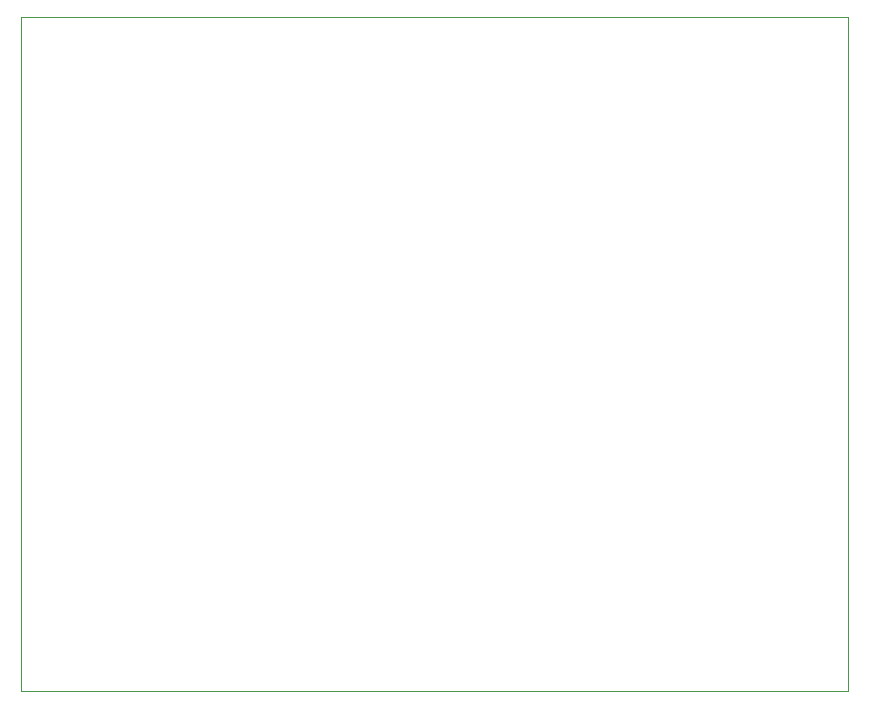
<source format=gbr>
%TF.GenerationSoftware,KiCad,Pcbnew,(6.0.1)*%
%TF.CreationDate,2022-05-20T18:23:43-05:00*%
%TF.ProjectId,BookSensitizer,426f6f6b-5365-46e7-9369-74697a65722e,rev?*%
%TF.SameCoordinates,Original*%
%TF.FileFunction,Profile,NP*%
%FSLAX46Y46*%
G04 Gerber Fmt 4.6, Leading zero omitted, Abs format (unit mm)*
G04 Created by KiCad (PCBNEW (6.0.1)) date 2022-05-20 18:23:43*
%MOMM*%
%LPD*%
G01*
G04 APERTURE LIST*
%TA.AperFunction,Profile*%
%ADD10C,0.100000*%
%TD*%
G04 APERTURE END LIST*
D10*
X50911800Y-45054000D02*
X120911800Y-45054000D01*
X120911800Y-45054000D02*
X120911800Y-102054000D01*
X120911800Y-102054000D02*
X50911800Y-102054000D01*
X50911800Y-102054000D02*
X50911800Y-45054000D01*
M02*

</source>
